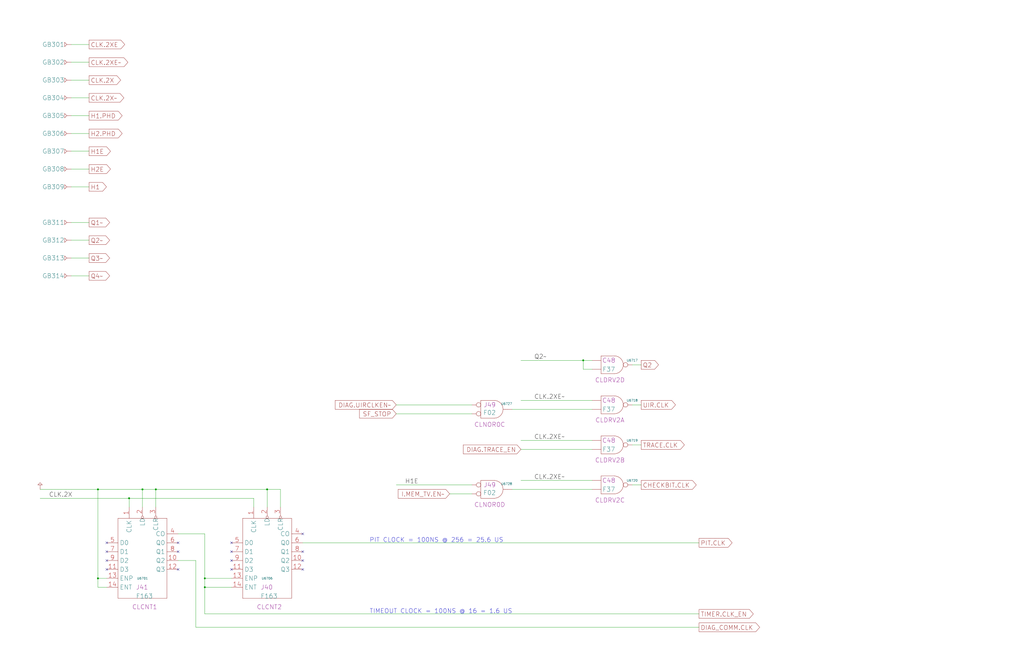
<source format=kicad_sch>
(kicad_sch (version 20220126) (generator eeschema)
  (paper "User" 584.2 378.46)
  (title_block (title "CLOCKS\\nIOP CLOCK GENERATION") (date "22-SEP-90") (rev "2.0") (comment 1 "IOC") (comment 2 "232-003061") (comment 3 "S400") (comment 4 "RELEASED"))
  (lib_symbols
    (symbol "r1000:F02" (pin_numbers hide) (pin_names hide)
      (property "Reference" "U" (at 12.16 0.635 0))
      (property "Value" "F02" (at -1.27 -4.445 0))
      (property "Location" "___" (at 2.54 0 0))
      (property "Name" "______" (at 2.54 -12.7 0))
      (symbol "F02_0_1"
        (arc (start -3.81 -7.62) (mid -2.9847 -2.54) (end -3.81 2.54) (stroke (width 0.1524)))
        (polyline (pts (xy -5.08 -5.08) (xy -3.175 -5.08)) (stroke (width 0.1524)))
        (polyline (pts (xy -5.08 0) (xy -3.175 0)) (stroke (width 0.1524)))
        (polyline (pts (xy -3.81 -7.62) (xy 2.54 -7.62)) (stroke (width 0.1524)))
        (polyline (pts (xy -3.81 2.54) (xy 2.54 2.54)) (stroke (width 0.1524)))
        (polyline (pts (xy 13.97 -2.54) (xy 12.7 -2.54)) (stroke (width 0.1524)))
        (arc (start 2.54 -7.62) (mid 6.9515 -5.9823) (end 10.16 -2.54) (stroke (width 0.1524)))
        (arc (start 10.16 -2.54) (mid 6.9478 0.8966) (end 2.54 2.54) (stroke (width 0.1524)))
        (circle (center 11.43 -2.54) (radius 1.27) (stroke (width 0.1524)))
      )
      (symbol "F02_0_2"
        (circle (center -3.81 -5.08) (radius 1.27) (stroke (width 0.1524)))
        (circle (center -3.81 0) (radius 1.27) (stroke (width 0.1524)))
        (polyline (pts (xy -2.54 -7.62) (xy 5.08 -7.62)) (stroke (width 0.1524)))
        (polyline (pts (xy -2.54 2.54) (xy -2.54 -7.62)) (stroke (width 0.1524)))
        (polyline (pts (xy -2.54 2.54) (xy 5.08 2.54)) (stroke (width 0.1524)))
        (polyline (pts (xy 11.43 -2.54) (xy 10.16 -2.54)) (stroke (width 0.1524)))
        (polyline (pts (xy 11.43 -2.54) (xy 12.7 -2.54)) (stroke (width 0.1524)))
        (arc (start 5.08 -7.62) (mid 10.1282 -2.54) (end 5.08 2.54) (stroke (width 0.1524)))
      )
      (symbol "F02_1_1"
        (pin input line (at -7.62 0 0) (length 2.54) (name "D0") (number "1"))
        (pin input line (at -7.62 -5.08 0) (length 2.54) (name "D1") (number "2"))
        (pin output line (at 15.24 -2.54 180) (length 1.27) (name "Q") (number "3"))
      )
      (symbol "F02_1_2"
        (pin input line (at -7.62 0 0) (length 2.54) (name "D0") (number "1"))
        (pin input line (at -7.62 -5.08 0) (length 2.54) (name "D1") (number "2"))
        (pin output line (at 15.24 -2.54 180) (length 2.54) (name "Q") (number "3"))
      )
    )
    (symbol "r1000:F163" (pin_names (offset 1.016))
      (property "Reference" "U" (at 2.54 5.08 0))
      (property "Value" "F163" (at -1.27 -5.08 0))
      (property "Location" "___" (at -1.27 0 0))
      (property "Name" "______" (at 3.81 -12.7 0))
      (symbol "F163_1_1"
        (rectangle (start -11.43 39.37) (end 16.51 -6.35))
        (circle (center 2.54 40.005) (radius 0.635))
        (circle (center 10.16 40.005) (radius 0.635))
        (pin input line (at -5.08 45.72 270) (length 6.35) (name "CLK") (number "1"))
        (pin output line (at 22.86 15.24 180) (length 6.35) (name "Q2") (number "10"))
        (pin input line (at -17.78 10.16 0) (length 6.35) (name "D3") (number "11"))
        (pin output line (at 22.86 10.16 180) (length 6.35) (name "Q3") (number "12"))
        (pin input line (at -17.78 5.08 0) (length 6.35) (name "ENP") (number "13"))
        (pin input line (at -17.78 0 0) (length 6.35) (name "ENT") (number "14"))
        (pin input line (at 2.54 45.72 270) (length 5.08) (name "LD") (number "2"))
        (pin input line (at 10.16 45.72 270) (length 5.08) (name "CLR") (number "3"))
        (pin output line (at 22.86 30.48 180) (length 6.35) (name "CO") (number "4"))
        (pin input line (at -17.78 25.4 0) (length 6.35) (name "D0") (number "5"))
        (pin output line (at 22.86 25.4 180) (length 6.35) (name "Q0") (number "6"))
        (pin input line (at -17.78 20.32 0) (length 6.35) (name "D1") (number "7"))
        (pin output line (at 22.86 20.32 180) (length 6.35) (name "Q1") (number "8"))
        (pin input line (at -17.78 15.24 0) (length 6.35) (name "D2") (number "9"))
      )
    )
    (symbol "r1000:F37" (pin_numbers hide) (pin_names (offset 0) hide)
      (property "Reference" "U" (at 15.24 0 0))
      (property "Value" "F37" (at 1.905 -5.08 0))
      (property "Location" "___" (at 1.905 0 0))
      (property "Name" "______" (at 2.54 -12.7 0))
      (symbol "F37_0_1"
        (polyline (pts (xy -2.54 -7.62) (xy 5.08 -7.62)) (stroke (width 0.1524)))
        (polyline (pts (xy -2.54 2.54) (xy -2.54 -7.62)) (stroke (width 0.1524)))
        (polyline (pts (xy -2.54 2.54) (xy 5.08 2.54)) (stroke (width 0.1524)))
        (arc (start 5.08 -7.62) (mid 10.1282 -2.54) (end 5.08 2.54) (stroke (width 0.1524)))
        (circle (center 11.43 -2.54) (radius 1.27) (stroke (width 0.1524)))
      )
      (symbol "F37_0_2"
        (circle (center -3.81 -5.08) (radius 1.27) (stroke (width 0.1524)))
        (circle (center -3.81 0) (radius 1.27) (stroke (width 0.1524)))
        (arc (start -3.175 -7.62) (mid -2.134 -2.54) (end -3.175 2.54) (stroke (width 0.1524)))
        (polyline (pts (xy -3.175 -7.62) (xy 3.81 -7.62)) (stroke (width 0.1524)))
        (polyline (pts (xy -3.175 2.54) (xy 3.81 2.54)) (stroke (width 0.1524)))
        (arc (start 3.81 -7.62) (mid 7.5855 -5.8306) (end 10.16 -2.54) (stroke (width 0.1524)))
        (arc (start 10.16 -2.54) (mid 7.5827 0.7471) (end 3.81 2.54) (stroke (width 0.1524)))
      )
      (symbol "F37_1_1"
        (pin input line (at -7.62 0 0) (length 5.08) (name "D0") (number "1"))
        (pin input line (at -7.62 -5.08 0) (length 5.08) (name "D1") (number "2"))
        (pin output line (at 15.24 -2.54 180) (length 2.54) (name "Q") (number "3"))
      )
      (symbol "F37_1_2"
        (pin input line (at -7.62 0 0) (length 2.54) (name "D0") (number "1"))
        (pin input line (at -7.62 -5.08 0) (length 2.54) (name "D1") (number "2"))
        (pin output line (at 15.24 -2.54 180) (length 5.08) (name "Q") (number "3"))
      )
    )
    (symbol "r1000:GB" (pin_numbers hide) (pin_names (offset 0) hide)
      (property "Reference" "GB" (at 3.81 0 0))
      (symbol "GB_0_1"
        (polyline (pts (xy 2.54 0) (xy 3.81 1.27) (xy 3.81 -1.27) (xy 2.54 0)) (stroke (width 0.1524)))
      )
      (symbol "GB_1_1"
        (pin bidirectional line (at 0 0 0) (length 2.54) (name "") (number "1"))
      )
    )
    (symbol "r1000:PU" (power) (pin_numbers hide) (pin_names hide)
      (symbol "PU_0_1"
        (polyline (pts (xy 0 2.54) (xy -1.27 2.54) (xy 0 3.81) (xy 1.27 2.54) (xy 0 2.54)) (stroke (width 0.1524)))
      )
      (symbol "PU_1_1"
        (pin power_in line (at 0 0 90) (length 2.54) (name "PU") (number "1"))
      )
    )
  )
  (wire (pts (xy 101.6 304.8) (xy 116.84 304.8)))
  (wire (pts (xy 101.6 320.04) (xy 111.76 320.04)))
  (wire (pts (xy 111.76 320.04) (xy 111.76 358.14)))
  (wire (pts (xy 111.76 358.14) (xy 398.78 358.14)))
  (wire (pts (xy 116.84 304.8) (xy 116.84 330.2)))
  (wire (pts (xy 116.84 330.2) (xy 116.84 335.28)))
  (wire (pts (xy 116.84 330.2) (xy 132.08 330.2)))
  (wire (pts (xy 116.84 335.28) (xy 116.84 350.52)))
  (wire (pts (xy 116.84 335.28) (xy 132.08 335.28)))
  (wire (pts (xy 116.84 350.52) (xy 398.78 350.52)))
  (wire (pts (xy 144.78 284.48) (xy 144.78 289.56)))
  (wire (pts (xy 152.4 279.4) (xy 152.4 289.56)))
  (wire (pts (xy 152.4 279.4) (xy 160.02 279.4)))
  (wire (pts (xy 160.02 279.4) (xy 160.02 289.56)))
  (wire (pts (xy 172.72 309.88) (xy 398.78 309.88)))
  (wire (pts (xy 22.86 279.4) (xy 55.88 279.4)))
  (wire (pts (xy 22.86 284.48) (xy 73.66 284.48)))
  (wire (pts (xy 226.06 231.14) (xy 269.24 231.14)))
  (wire (pts (xy 226.06 236.22) (xy 269.24 236.22)))
  (wire (pts (xy 226.06 276.86) (xy 269.24 276.86)))
  (wire (pts (xy 256.54 281.94) (xy 269.24 281.94)))
  (wire (pts (xy 292.1 233.68) (xy 337.82 233.68)))
  (wire (pts (xy 292.1 279.4) (xy 337.82 279.4)))
  (wire (pts (xy 297.18 205.74) (xy 332.74 205.74)))
  (wire (pts (xy 297.18 228.6) (xy 337.82 228.6)))
  (wire (pts (xy 297.18 251.46) (xy 337.82 251.46)))
  (wire (pts (xy 297.18 256.54) (xy 337.82 256.54)))
  (wire (pts (xy 297.18 274.32) (xy 337.82 274.32)))
  (wire (pts (xy 332.74 205.74) (xy 332.74 210.82)))
  (wire (pts (xy 332.74 205.74) (xy 337.82 205.74)))
  (wire (pts (xy 332.74 210.82) (xy 337.82 210.82)))
  (wire (pts (xy 360.68 208.28) (xy 365.76 208.28)))
  (wire (pts (xy 360.68 231.14) (xy 365.76 231.14)))
  (wire (pts (xy 360.68 254) (xy 365.76 254)))
  (wire (pts (xy 360.68 276.86) (xy 365.76 276.86)))
  (wire (pts (xy 40.64 106.68) (xy 50.8 106.68)))
  (wire (pts (xy 40.64 127) (xy 50.8 127)))
  (wire (pts (xy 40.64 137.16) (xy 50.8 137.16)))
  (wire (pts (xy 40.64 147.32) (xy 50.8 147.32)))
  (wire (pts (xy 40.64 157.48) (xy 50.8 157.48)))
  (wire (pts (xy 40.64 25.4) (xy 50.8 25.4)))
  (wire (pts (xy 40.64 35.56) (xy 50.8 35.56)))
  (wire (pts (xy 40.64 45.72) (xy 50.8 45.72)))
  (wire (pts (xy 40.64 55.88) (xy 50.8 55.88)))
  (wire (pts (xy 40.64 66.04) (xy 50.8 66.04)))
  (wire (pts (xy 40.64 76.2) (xy 50.8 76.2)))
  (wire (pts (xy 40.64 86.36) (xy 50.8 86.36)))
  (wire (pts (xy 40.64 96.52) (xy 50.8 96.52)))
  (wire (pts (xy 55.88 279.4) (xy 55.88 330.2)))
  (wire (pts (xy 55.88 279.4) (xy 81.28 279.4)))
  (wire (pts (xy 55.88 330.2) (xy 55.88 335.28)))
  (wire (pts (xy 55.88 330.2) (xy 60.96 330.2)))
  (wire (pts (xy 55.88 335.28) (xy 60.96 335.28)))
  (wire (pts (xy 73.66 284.48) (xy 144.78 284.48)))
  (wire (pts (xy 73.66 284.48) (xy 73.66 289.56)))
  (wire (pts (xy 81.28 279.4) (xy 81.28 289.56)))
  (wire (pts (xy 81.28 279.4) (xy 88.9 279.4)))
  (wire (pts (xy 88.9 279.4) (xy 152.4 279.4)))
  (wire (pts (xy 88.9 279.4) (xy 88.9 289.56)))
  (symbol (lib_id "r1000:PU") (at 22.86 279.4 0) (unit 1)
    (property "Reference" "#PWR0131" (effects hide))
    (property "Value" "PU" (effects hide))
  )
  (label "CLK.2X" (at 27.94 284.48 0) (effects (font (size 2.54 2.54))))
  (symbol (lib_id "r1000:GB") (at 40.64 25.4 0) (mirror y) (unit 1)
    (property "Reference" "GB301" (at 36.83 25.4 0) (effects (font (size 2.54 2.54)) (justify left)))
    (property "Value" "GB" (effects hide))
  )
  (symbol (lib_id "r1000:GB") (at 40.64 35.56 0) (mirror y) (unit 1)
    (property "Reference" "GB302" (at 36.83 35.56 0) (effects (font (size 2.54 2.54)) (justify left)))
    (property "Value" "GB" (effects hide))
  )
  (symbol (lib_id "r1000:GB") (at 40.64 45.72 0) (mirror y) (unit 1)
    (property "Reference" "GB303" (at 36.83 45.72 0) (effects (font (size 2.54 2.54)) (justify left)))
    (property "Value" "GB" (effects hide))
  )
  (symbol (lib_id "r1000:GB") (at 40.64 55.88 0) (mirror y) (unit 1)
    (property "Reference" "GB304" (at 36.83 55.88 0) (effects (font (size 2.54 2.54)) (justify left)))
    (property "Value" "GB" (effects hide))
  )
  (symbol (lib_id "r1000:GB") (at 40.64 66.04 0) (mirror y) (unit 1)
    (property "Reference" "GB305" (at 36.83 66.04 0) (effects (font (size 2.54 2.54)) (justify left)))
    (property "Value" "GB" (effects hide))
  )
  (symbol (lib_id "r1000:GB") (at 40.64 76.2 0) (mirror y) (unit 1)
    (property "Reference" "GB306" (at 36.83 76.2 0) (effects (font (size 2.54 2.54)) (justify left)))
    (property "Value" "GB" (effects hide))
  )
  (symbol (lib_id "r1000:GB") (at 40.64 86.36 0) (mirror y) (unit 1)
    (property "Reference" "GB307" (at 36.83 86.36 0) (effects (font (size 2.54 2.54)) (justify left)))
    (property "Value" "GB" (effects hide))
  )
  (symbol (lib_id "r1000:GB") (at 40.64 96.52 0) (mirror y) (unit 1)
    (property "Reference" "GB308" (at 36.83 96.52 0) (effects (font (size 2.54 2.54)) (justify left)))
    (property "Value" "GB" (effects hide))
  )
  (symbol (lib_id "r1000:GB") (at 40.64 106.68 0) (mirror y) (unit 1)
    (property "Reference" "GB309" (at 36.83 106.68 0) (effects (font (size 2.54 2.54)) (justify left)))
    (property "Value" "GB" (effects hide))
  )
  (symbol (lib_id "r1000:GB") (at 40.64 127 0) (mirror y) (unit 1)
    (property "Reference" "GB311" (at 36.83 127 0) (effects (font (size 2.54 2.54)) (justify left)))
    (property "Value" "GB" (effects hide))
  )
  (symbol (lib_id "r1000:GB") (at 40.64 137.16 0) (mirror y) (unit 1)
    (property "Reference" "GB312" (at 36.83 137.16 0) (effects (font (size 2.54 2.54)) (justify left)))
    (property "Value" "GB" (effects hide))
  )
  (symbol (lib_id "r1000:GB") (at 40.64 147.32 0) (mirror y) (unit 1)
    (property "Reference" "GB313" (at 36.83 147.32 0) (effects (font (size 2.54 2.54)) (justify left)))
    (property "Value" "GB" (effects hide))
  )
  (symbol (lib_id "r1000:GB") (at 40.64 157.48 0) (mirror y) (unit 1)
    (property "Reference" "GB314" (at 36.83 157.48 0) (effects (font (size 2.54 2.54)) (justify left)))
    (property "Value" "GB" (effects hide))
  )
  (global_label "CLK.2XE" (shape output) (at 50.8 25.4 0) (effects (font (size 2.54 2.54))) (property "Intersheet References" "${INTERSHEET_REFS}" (at 77.2765 25.2413 0) (effects (font (size 1.905 1.905)) (justify left))))
  (global_label "CLK.2XE~" (shape output) (at 50.8 35.56 0) (effects (font (size 2.54 2.54))) (property "Intersheet References" "${INTERSHEET_REFS}" (at 79.0908 35.4013 0) (effects (font (size 1.905 1.905)) (justify left))))
  (global_label "CLK.2X" (shape output) (at 50.8 45.72 0) (effects (font (size 2.54 2.54))) (property "Intersheet References" "${INTERSHEET_REFS}" (at 74.9784 45.5613 0) (effects (font (size 1.905 1.905)) (justify left))))
  (global_label "CLK.2X~" (shape output) (at 50.8 55.88 0) (effects (font (size 2.54 2.54))) (property "Intersheet References" "${INTERSHEET_REFS}" (at 76.7927 55.7213 0) (effects (font (size 1.905 1.905)) (justify left))))
  (global_label "H1.PHD" (shape output) (at 50.8 66.04 0) (effects (font (size 2.54 2.54))) (property "Intersheet References" "${INTERSHEET_REFS}" (at 69.6565 65.8813 0) (effects (font (size 1.905 1.905)) (justify left))))
  (global_label "H2.PHD" (shape output) (at 50.8 76.2 0) (effects (font (size 2.54 2.54))) (property "Intersheet References" "${INTERSHEET_REFS}" (at 69.6565 76.0413 0) (effects (font (size 1.905 1.905)) (justify left))))
  (global_label "H1E" (shape output) (at 50.8 86.36 0) (effects (font (size 2.54 2.54))) (property "Intersheet References" "${INTERSHEET_REFS}" (at 63.0041 86.2013 0) (effects (font (size 1.905 1.905)) (justify left))))
  (global_label "H2E" (shape output) (at 50.8 96.52 0) (effects (font (size 2.54 2.54))) (property "Intersheet References" "${INTERSHEET_REFS}" (at 63.0041 96.3613 0) (effects (font (size 1.905 1.905)) (justify left))))
  (global_label "H1" (shape output) (at 50.8 106.68 0) (effects (font (size 2.54 2.54))) (property "Intersheet References" "${INTERSHEET_REFS}" (at 61.087 106.5213 0) (effects (font (size 1.905 1.905)) (justify left))))
  (global_label "Q1~" (shape output) (at 50.8 127 0) (effects (font (size 2.54 2.54))) (property "Intersheet References" "${INTERSHEET_REFS}" (at 68.6889 126.8413 0) (effects (font (size 1.905 1.905)) (justify left))))
  (global_label "Q2~" (shape output) (at 50.8 137.16 0) (effects (font (size 2.54 2.54))) (property "Intersheet References" "${INTERSHEET_REFS}" (at 68.6889 137.0013 0) (effects (font (size 1.905 1.905)) (justify left))))
  (global_label "Q3~" (shape output) (at 50.8 147.32 0) (effects (font (size 2.54 2.54))) (property "Intersheet References" "${INTERSHEET_REFS}" (at 68.6889 147.1613 0) (effects (font (size 1.905 1.905)) (justify left))))
  (global_label "Q4~" (shape output) (at 50.8 157.48 0) (effects (font (size 2.54 2.54))) (property "Intersheet References" "${INTERSHEET_REFS}" (at 68.6889 157.3213 0) (effects (font (size 1.905 1.905)) (justify left))))
  (junction (at 55.88 279.4))
  (junction (at 55.88 330.2))
  (no_connect (at 60.96 309.88))
  (no_connect (at 60.96 314.96))
  (no_connect (at 60.96 320.04))
  (no_connect (at 60.96 325.12))
  (junction (at 73.66 284.48))
  (symbol (lib_id "r1000:F163") (at 78.74 335.28 0) (unit 1)
    (property "Reference" "U6701" (at 81.28 330.2 0))
    (property "Value" "F163" (at 77.47 340.36 0) (effects (font (size 2.54 2.54)) (justify left)))
    (property "Location" "J41" (at 77.47 335.28 0) (effects (font (size 2.54 2.54)) (justify left)))
    (property "Name" "CLCNT1" (at 82.55 347.98 0) (effects (font (size 2.54 2.54)) (justify bottom)))
  )
  (junction (at 81.28 279.4))
  (junction (at 88.9 279.4))
  (no_connect (at 101.6 309.88))
  (no_connect (at 101.6 314.96))
  (no_connect (at 101.6 325.12))
  (junction (at 116.84 330.2))
  (junction (at 116.84 335.28))
  (no_connect (at 132.08 309.88))
  (no_connect (at 132.08 314.96))
  (no_connect (at 132.08 320.04))
  (no_connect (at 132.08 325.12))
  (symbol (lib_id "r1000:F163") (at 149.86 335.28 0) (unit 1)
    (property "Reference" "U6706" (at 152.4 330.2 0))
    (property "Value" "F163" (at 148.59 340.36 0) (effects (font (size 2.54 2.54)) (justify left)))
    (property "Location" "J40" (at 148.59 335.28 0) (effects (font (size 2.54 2.54)) (justify left)))
    (property "Name" "CLCNT2" (at 153.67 347.98 0) (effects (font (size 2.54 2.54)) (justify bottom)))
  )
  (junction (at 152.4 279.4))
  (no_connect (at 172.72 304.8))
  (no_connect (at 172.72 314.96))
  (no_connect (at 172.72 320.04))
  (no_connect (at 172.72 325.12))
  (text "PIT CLOCK = 100NS @ 256 = 25.6 US" (at 210.82 309.88 0) (effects (font (size 2.54 2.54)) (justify left bottom)))
  (text "TIMEOUT CLOCK = 100NS @ 16 = 1.6 US" (at 210.82 350.52 0) (effects (font (size 2.54 2.54)) (justify left bottom)))
  (global_label "DIAG.UIRCLKEN~" (shape input) (at 226.06 231.14 180) (effects (font (size 2.54 2.54))) (property "Intersheet References" "${INTERSHEET_REFS}" (at 191.2378 230.9813 0) (effects (font (size 1.905 1.905)) (justify right))))
  (global_label "SF_STOP" (shape input) (at 226.06 236.22 180) (effects (font (size 2.54 2.54))) (property "Intersheet References" "${INTERSHEET_REFS}" (at 205.1473 236.0613 0) (effects (font (size 1.905 1.905)) (justify right))))
  (label "H1E" (at 231.14 276.86 0) (effects (font (size 2.54 2.54))))
  (global_label "I.MEM_TV.EN~" (shape input) (at 256.54 281.94 180) (effects (font (size 2.54 2.54))) (property "Intersheet References" "${INTERSHEET_REFS}" (at 227.2816 281.7813 0) (effects (font (size 1.905 1.905)) (justify right))))
  (symbol (lib_id "r1000:F02") (at 276.86 231.14 0) (unit 1) (convert 2)
    (property "Reference" "U6727" (at 289.02 230.505 0))
    (property "Value" "F02" (at 275.59 235.585 0) (effects (font (size 2.54 2.54)) (justify left)))
    (property "Location" "J49" (at 279.4 231.14 0) (effects (font (size 2.54 2.54))))
    (property "Name" "CLNOR0C" (at 279.4 243.84 0) (effects (font (size 2.54 2.54)) (justify bottom)))
  )
  (symbol (lib_id "r1000:F02") (at 276.86 276.86 0) (unit 1) (convert 2)
    (property "Reference" "U6728" (at 289.02 276.225 0))
    (property "Value" "F02" (at 275.59 281.305 0) (effects (font (size 2.54 2.54)) (justify left)))
    (property "Location" "J49" (at 279.4 276.86 0) (effects (font (size 2.54 2.54))))
    (property "Name" "CLNOR0D" (at 279.4 289.56 0) (effects (font (size 2.54 2.54)) (justify bottom)))
  )
  (global_label "DIAG.TRACE_EN" (shape input) (at 297.18 256.54 180) (effects (font (size 2.54 2.54))) (property "Intersheet References" "${INTERSHEET_REFS}" (at 264.293 256.3813 0) (effects (font (size 1.905 1.905)) (justify right))))
  (label "Q2~" (at 304.8 205.74 0) (effects (font (size 2.54 2.54))))
  (label "CLK.2XE~" (at 304.8 228.6 0) (effects (font (size 2.54 2.54))))
  (label "CLK.2XE~" (at 304.8 251.46 0) (effects (font (size 2.54 2.54))))
  (label "CLK.2XE~" (at 304.8 274.32 0) (effects (font (size 2.54 2.54))))
  (junction (at 332.74 205.74))
  (symbol (lib_id "r1000:F37") (at 345.44 205.74 0) (unit 1)
    (property "Reference" "U6717" (at 360.68 205.74 0))
    (property "Value" "F37" (at 347.345 210.82 0) (effects (font (size 2.54 2.54))))
    (property "Location" "C48" (at 347.345 205.74 0) (effects (font (size 2.54 2.54))))
    (property "Name" "CLDRV2D" (at 347.98 218.44 0) (effects (font (size 2.54 2.54)) (justify bottom)))
  )
  (symbol (lib_id "r1000:F37") (at 345.44 228.6 0) (unit 1)
    (property "Reference" "U6718" (at 360.68 228.6 0))
    (property "Value" "F37" (at 347.345 233.68 0) (effects (font (size 2.54 2.54))))
    (property "Location" "C48" (at 347.345 228.6 0) (effects (font (size 2.54 2.54))))
    (property "Name" "CLDRV2A" (at 347.98 241.3 0) (effects (font (size 2.54 2.54)) (justify bottom)))
  )
  (symbol (lib_id "r1000:F37") (at 345.44 251.46 0) (unit 1)
    (property "Reference" "U6719" (at 360.68 251.46 0))
    (property "Value" "F37" (at 347.345 256.54 0) (effects (font (size 2.54 2.54))))
    (property "Location" "C48" (at 347.345 251.46 0) (effects (font (size 2.54 2.54))))
    (property "Name" "CLDRV2B" (at 347.98 264.16 0) (effects (font (size 2.54 2.54)) (justify bottom)))
  )
  (symbol (lib_id "r1000:F37") (at 345.44 274.32 0) (unit 1)
    (property "Reference" "U6720" (at 360.68 274.32 0))
    (property "Value" "F37" (at 347.345 279.4 0) (effects (font (size 2.54 2.54))))
    (property "Location" "C48" (at 347.345 274.32 0) (effects (font (size 2.54 2.54))))
    (property "Name" "CLDRV2C" (at 347.98 287.02 0) (effects (font (size 2.54 2.54)) (justify bottom)))
  )
  (global_label "Q2" (shape output) (at 365.76 208.28 0) (effects (font (size 2.54 2.54))) (property "Intersheet References" "${INTERSHEET_REFS}" (at 381.8346 208.1213 0) (effects (font (size 1.905 1.905)) (justify left))))
  (global_label "UIR.CLK" (shape output) (at 365.76 231.14 0) (effects (font (size 2.54 2.54))) (property "Intersheet References" "${INTERSHEET_REFS}" (at 385.3422 230.9813 0) (effects (font (size 1.905 1.905)) (justify left))))
  (global_label "TRACE.CLK" (shape output) (at 365.76 254 0) (effects (font (size 2.54 2.54))) (property "Intersheet References" "${INTERSHEET_REFS}" (at 390.4222 253.8413 0) (effects (font (size 1.905 1.905)) (justify left))))
  (global_label "CHECKBIT.CLK" (shape output) (at 365.76 276.86 0) (effects (font (size 2.54 2.54))) (property "Intersheet References" "${INTERSHEET_REFS}" (at 397.1955 276.7013 0) (effects (font (size 1.905 1.905)) (justify left))))
  (global_label "PIT.CLK" (shape output) (at 398.78 309.88 0) (effects (font (size 2.54 2.54))) (property "Intersheet References" "${INTERSHEET_REFS}" (at 417.6365 309.7213 0) (effects (font (size 1.905 1.905)) (justify left))))
  (global_label "TIMER.CLK_EN" (shape output) (at 398.78 350.52 0) (effects (font (size 2.54 2.54))) (property "Intersheet References" "${INTERSHEET_REFS}" (at 429.7317 350.3613 0) (effects (font (size 1.905 1.905)) (justify left))))
  (global_label "DIAG_COMM.CLK" (shape output) (at 398.78 358.14 0) (effects (font (size 2.54 2.54))) (property "Intersheet References" "${INTERSHEET_REFS}" (at 433.3603 357.9813 0) (effects (font (size 1.905 1.905)) (justify left))))
)
</source>
